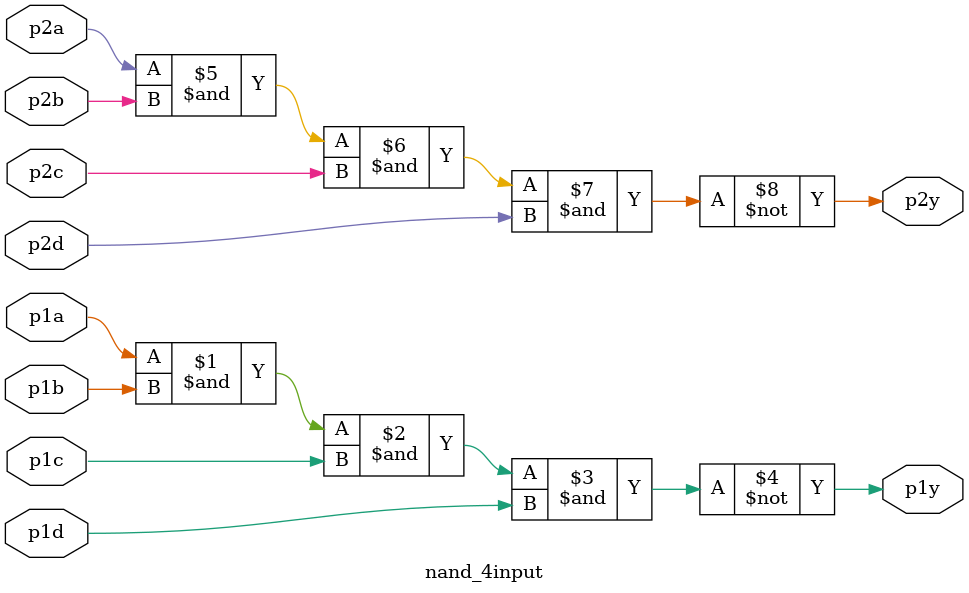
<source format=v>
module nand_4input ( 
    input p1a, p1b, p1c, p1d,
    output p1y,
    input p2a, p2b, p2c, p2d,
    output p2y );
    assign p1y=~(p1a&p1b&p1c&p1d);
    assign p2y=~(p2a&p2b&p2c&p2d);
endmodule

</source>
